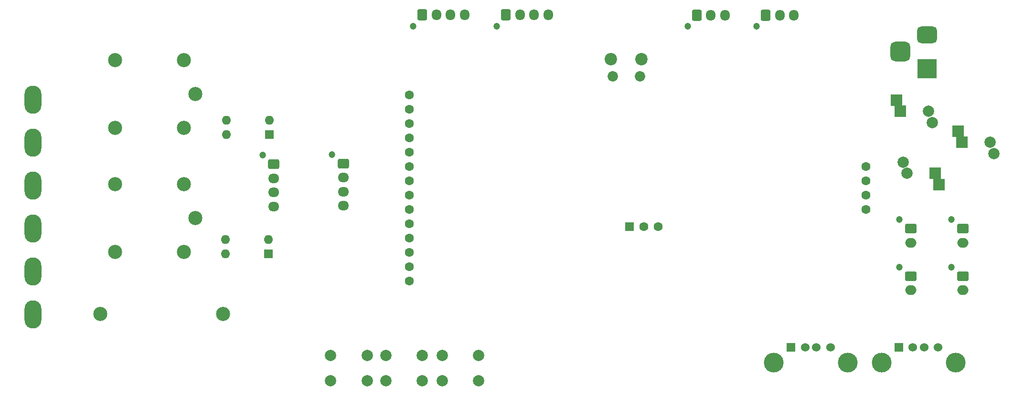
<source format=gbs>
%TF.GenerationSoftware,KiCad,Pcbnew,9.0.0-rc3*%
%TF.CreationDate,2025-02-18T21:04:31+09:00*%
%TF.ProjectId,hydroponics,68796472-6f70-46f6-9e69-63732e6b6963,rev?*%
%TF.SameCoordinates,Original*%
%TF.FileFunction,Soldermask,Bot*%
%TF.FilePolarity,Negative*%
%FSLAX46Y46*%
G04 Gerber Fmt 4.6, Leading zero omitted, Abs format (unit mm)*
G04 Created by KiCad (PCBNEW 9.0.0-rc3) date 2025-02-18 21:04:31*
%MOMM*%
%LPD*%
G01*
G04 APERTURE LIST*
G04 Aperture macros list*
%AMRoundRect*
0 Rectangle with rounded corners*
0 $1 Rounding radius*
0 $2 $3 $4 $5 $6 $7 $8 $9 X,Y pos of 4 corners*
0 Add a 4 corners polygon primitive as box body*
4,1,4,$2,$3,$4,$5,$6,$7,$8,$9,$2,$3,0*
0 Add four circle primitives for the rounded corners*
1,1,$1+$1,$2,$3*
1,1,$1+$1,$4,$5*
1,1,$1+$1,$6,$7*
1,1,$1+$1,$8,$9*
0 Add four rect primitives between the rounded corners*
20,1,$1+$1,$2,$3,$4,$5,0*
20,1,$1+$1,$4,$5,$6,$7,0*
20,1,$1+$1,$6,$7,$8,$9,0*
20,1,$1+$1,$8,$9,$2,$3,0*%
G04 Aperture macros list end*
%ADD10C,1.200000*%
%ADD11RoundRect,0.250000X-0.600000X-0.725000X0.600000X-0.725000X0.600000X0.725000X-0.600000X0.725000X0*%
%ADD12O,1.700000X1.950000*%
%ADD13RoundRect,0.250000X-0.750000X0.600000X-0.750000X-0.600000X0.750000X-0.600000X0.750000X0.600000X0*%
%ADD14O,2.000000X1.700000*%
%ADD15R,2.000000X2.000000*%
%ADD16C,2.000000*%
%ADD17RoundRect,0.250000X-0.725000X0.600000X-0.725000X-0.600000X0.725000X-0.600000X0.725000X0.600000X0*%
%ADD18O,1.950000X1.700000*%
%ADD19C,2.500000*%
%ADD20C,1.600000*%
%ADD21C,2.200000*%
%ADD22C,1.850000*%
%ADD23RoundRect,0.200000X-0.600000X-0.600000X0.600000X-0.600000X0.600000X0.600000X-0.600000X0.600000X0*%
%ADD24R,1.524000X1.524000*%
%ADD25C,1.524000*%
%ADD26C,3.500000*%
%ADD27O,3.000000X5.000000*%
%ADD28R,1.600000X1.600000*%
%ADD29O,1.600000X1.600000*%
%ADD30R,3.500000X3.500000*%
%ADD31RoundRect,0.750000X-1.000000X0.750000X-1.000000X-0.750000X1.000000X-0.750000X1.000000X0.750000X0*%
%ADD32RoundRect,0.875000X-0.875000X0.875000X-0.875000X-0.875000X0.875000X-0.875000X0.875000X0.875000X0*%
G04 APERTURE END LIST*
D10*
%TO.C,J7*%
X122950000Y-63705000D03*
D11*
X124550000Y-61705000D03*
D12*
X127050000Y-61705000D03*
X129550000Y-61705000D03*
X132050000Y-61705000D03*
%TD*%
D10*
%TO.C,OUT2*%
X203575000Y-98030000D03*
D13*
X205575000Y-99630000D03*
D14*
X205575000Y-102130000D03*
%TD*%
D15*
%TO.C,C3*%
X204745179Y-82300000D03*
X205417323Y-84300000D03*
D16*
X210417323Y-84300000D03*
X211089467Y-86300000D03*
%TD*%
D10*
%TO.C,J10*%
X81425000Y-86575000D03*
D17*
X83425000Y-88175000D03*
D18*
X83425000Y-90675000D03*
X83425000Y-93175000D03*
X83425000Y-95675000D03*
%TD*%
D19*
%TO.C,U5*%
X67500000Y-81725000D03*
X67500000Y-69725000D03*
X69500000Y-75725000D03*
X55300000Y-69725000D03*
X55300000Y-81725000D03*
%TD*%
D20*
%TO.C,U2*%
X107400000Y-75890000D03*
X107400000Y-78430000D03*
X107400000Y-80970000D03*
X107400000Y-83510000D03*
X107400000Y-86050000D03*
X107400000Y-88590000D03*
X107400000Y-91130000D03*
X107400000Y-93670000D03*
X107400000Y-96210000D03*
X107400000Y-98750000D03*
X107400000Y-101290000D03*
X107400000Y-103830000D03*
X107400000Y-106370000D03*
X107400000Y-108910000D03*
X188400000Y-88590000D03*
X188400000Y-91130000D03*
X188400000Y-93670000D03*
X188400000Y-96210000D03*
%TD*%
D16*
%TO.C,SW1*%
X93450000Y-122150000D03*
X99950000Y-122150000D03*
X93450000Y-126650000D03*
X99950000Y-126650000D03*
%TD*%
%TO.C,SW3*%
X113250000Y-122150000D03*
X119750000Y-122150000D03*
X113250000Y-126650000D03*
X119750000Y-126650000D03*
%TD*%
%TO.C,SW2*%
X103250000Y-122150000D03*
X109750000Y-122150000D03*
X103250000Y-126650000D03*
X109750000Y-126650000D03*
%TD*%
D10*
%TO.C,J6*%
X108150000Y-63705000D03*
D11*
X109750000Y-61705000D03*
D12*
X112250000Y-61705000D03*
X114750000Y-61705000D03*
X117250000Y-61705000D03*
%TD*%
D19*
%TO.C,U3*%
X67500000Y-103725000D03*
X67500000Y-91725000D03*
X69500000Y-97725000D03*
X55300000Y-91725000D03*
X55300000Y-103725000D03*
%TD*%
D10*
%TO.C,J8*%
X169000000Y-63730000D03*
D11*
X170600000Y-61730000D03*
D12*
X173100000Y-61730000D03*
X175600000Y-61730000D03*
%TD*%
D10*
%TO.C,J5*%
X156800000Y-63730000D03*
D11*
X158400000Y-61730000D03*
D12*
X160900000Y-61730000D03*
X163400000Y-61730000D03*
%TD*%
D19*
%TO.C,F1*%
X52650000Y-114800000D03*
X74450000Y-114800000D03*
%TD*%
D15*
%TO.C,C4*%
X201354821Y-91800000D03*
X200682677Y-89800000D03*
D16*
X195682677Y-89800000D03*
X195010533Y-87800000D03*
%TD*%
D21*
%TO.C,A1*%
X143175000Y-69525000D03*
D22*
X143475000Y-72555000D03*
X148325000Y-72555000D03*
D21*
X148625000Y-69525000D03*
D23*
X146484100Y-99225000D03*
D20*
X149024100Y-99225000D03*
X151564100Y-99225000D03*
%TD*%
D24*
%TO.C,J4*%
X175100000Y-120702500D03*
D25*
X177600000Y-120702500D03*
X179600000Y-120702500D03*
X182100000Y-120702500D03*
D26*
X172030000Y-123412500D03*
X185170000Y-123412500D03*
%TD*%
D10*
%TO.C,OUT4*%
X203575000Y-106430000D03*
D13*
X205575000Y-108030000D03*
D14*
X205575000Y-110530000D03*
%TD*%
D27*
%TO.C,J9*%
X40700000Y-114850000D03*
X40700000Y-107230000D03*
X40700000Y-99610000D03*
X40700000Y-91990000D03*
X40700000Y-84370000D03*
X40700000Y-76750000D03*
%TD*%
D24*
%TO.C,J3*%
X194200000Y-120702500D03*
D25*
X196700000Y-120702500D03*
X198700000Y-120702500D03*
X201200000Y-120702500D03*
D26*
X191130000Y-123412500D03*
X204270000Y-123412500D03*
%TD*%
D28*
%TO.C,U6*%
X82600000Y-82900000D03*
D29*
X82600000Y-80360000D03*
X74980000Y-80360000D03*
X74980000Y-82900000D03*
%TD*%
D10*
%TO.C,OUT1*%
X194300000Y-98030000D03*
D13*
X196300000Y-99630000D03*
D14*
X196300000Y-102130000D03*
%TD*%
D10*
%TO.C,OUT3*%
X194300000Y-106455000D03*
D13*
X196300000Y-108055000D03*
D14*
X196300000Y-110555000D03*
%TD*%
D28*
%TO.C,U4*%
X82500000Y-104125000D03*
D29*
X82500000Y-101585000D03*
X74880000Y-101585000D03*
X74880000Y-104125000D03*
%TD*%
D10*
%TO.C,J2*%
X93725000Y-86480000D03*
D17*
X95725000Y-88080000D03*
D18*
X95725000Y-90580000D03*
X95725000Y-93080000D03*
X95725000Y-95580000D03*
%TD*%
D30*
%TO.C,J1*%
X199200000Y-71200000D03*
D31*
X199200000Y-65200000D03*
D32*
X194500000Y-68200000D03*
%TD*%
D15*
%TO.C,C7*%
X193827856Y-76800000D03*
X194500000Y-78800000D03*
D16*
X199500000Y-78800000D03*
X200172144Y-80800000D03*
%TD*%
M02*

</source>
